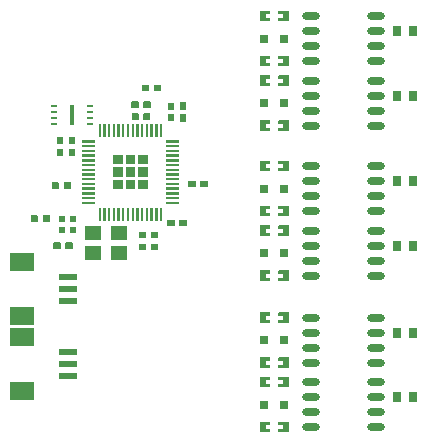
<source format=gtp>
G04 Layer: TopPasteMaskLayer*
G04 EasyEDA v6.5.29, 2023-07-18 11:37:26*
G04 44a429887d2946ba859a18da238e0ce0,5a6b42c53f6a479593ecc07194224c93,10*
G04 Gerber Generator version 0.2*
G04 Scale: 100 percent, Rotated: No, Reflected: No *
G04 Dimensions in millimeters *
G04 leading zeros omitted , absolute positions ,4 integer and 5 decimal *
%FSLAX45Y45*%
%MOMM*%

%AMMACRO1*21,1,$1,$2,0,0,$3*%
%ADD10R,0.8000X0.8000*%
%ADD11R,0.8000X0.9000*%
%ADD12O,1.5200122X0.5999988*%
%ADD13MACRO1,1.2X1.4X90.0000*%
%ADD14R,1.4000X1.2000*%
%ADD15MACRO1,1.2X1.4X-90.0000*%
%ADD16R,0.6000X0.2800*%
%ADD17R,0.3000X1.7000*%
%ADD18R,0.5500X0.5500*%
%ADD19R,1.5500X0.6000*%
%ADD20R,2.0000X1.5000*%
%ADD21R,0.0171X1.5000*%

%LPD*%
G36*
X1218793Y9628682D02*
G01*
X1213815Y9623704D01*
X1213815Y9578695D01*
X1218793Y9573717D01*
X1271778Y9573717D01*
X1276807Y9578695D01*
X1276807Y9623704D01*
X1271778Y9628682D01*
G37*
G36*
X1115822Y9628682D02*
G01*
X1110792Y9623704D01*
X1110792Y9578695D01*
X1115822Y9573717D01*
X1168806Y9573717D01*
X1173784Y9578695D01*
X1173784Y9623704D01*
X1168806Y9628682D01*
G37*
G36*
X2274722Y8985808D02*
G01*
X2269693Y8980779D01*
X2269693Y8958021D01*
X2306675Y8958021D01*
X2306675Y8925001D01*
X2269693Y8925001D01*
X2269693Y8900820D01*
X2274722Y8895791D01*
X2354681Y8895791D01*
X2359710Y8900820D01*
X2359710Y8980779D01*
X2354681Y8985808D01*
G37*
G36*
X2115718Y8985808D02*
G01*
X2110689Y8980779D01*
X2110689Y8900820D01*
X2115718Y8895791D01*
X2194712Y8895791D01*
X2199690Y8900820D01*
X2199690Y8925001D01*
X2161692Y8925001D01*
X2161692Y8958021D01*
X2199690Y8958021D01*
X2199690Y8980779D01*
X2194712Y8985808D01*
G37*
G36*
X2274722Y8439708D02*
G01*
X2269693Y8434679D01*
X2269693Y8411921D01*
X2306675Y8411921D01*
X2306675Y8378901D01*
X2269693Y8378901D01*
X2269693Y8354720D01*
X2274722Y8349691D01*
X2354681Y8349691D01*
X2359710Y8354720D01*
X2359710Y8434679D01*
X2354681Y8439708D01*
G37*
G36*
X2115718Y8439708D02*
G01*
X2110689Y8434679D01*
X2110689Y8354720D01*
X2115718Y8349691D01*
X2194712Y8349691D01*
X2199690Y8354720D01*
X2199690Y8378901D01*
X2161692Y8378901D01*
X2161692Y8411921D01*
X2199690Y8411921D01*
X2199690Y8434679D01*
X2194712Y8439708D01*
G37*
G36*
X2274722Y7703108D02*
G01*
X2269693Y7698079D01*
X2269693Y7675321D01*
X2306675Y7675321D01*
X2306675Y7642301D01*
X2269693Y7642301D01*
X2269693Y7618120D01*
X2274722Y7613091D01*
X2354681Y7613091D01*
X2359710Y7618120D01*
X2359710Y7698079D01*
X2354681Y7703108D01*
G37*
G36*
X2115718Y7703108D02*
G01*
X2110689Y7698079D01*
X2110689Y7618120D01*
X2115718Y7613091D01*
X2194712Y7613091D01*
X2199690Y7618120D01*
X2199690Y7642301D01*
X2161692Y7642301D01*
X2161692Y7675321D01*
X2199690Y7675321D01*
X2199690Y7698079D01*
X2194712Y7703108D01*
G37*
G36*
X2274722Y7157008D02*
G01*
X2269693Y7151979D01*
X2269693Y7129221D01*
X2306675Y7129221D01*
X2306675Y7096201D01*
X2269693Y7096201D01*
X2269693Y7072020D01*
X2274722Y7066991D01*
X2354681Y7066991D01*
X2359710Y7072020D01*
X2359710Y7151979D01*
X2354681Y7157008D01*
G37*
G36*
X2115718Y7157008D02*
G01*
X2110689Y7151979D01*
X2110689Y7072020D01*
X2115718Y7066991D01*
X2194712Y7066991D01*
X2199690Y7072020D01*
X2199690Y7096201D01*
X2161692Y7096201D01*
X2161692Y7129221D01*
X2199690Y7129221D01*
X2199690Y7151979D01*
X2194712Y7157008D01*
G37*
G36*
X2274722Y10255808D02*
G01*
X2269693Y10250779D01*
X2269693Y10228021D01*
X2306675Y10228021D01*
X2306675Y10195001D01*
X2269693Y10195001D01*
X2269693Y10170820D01*
X2274722Y10165791D01*
X2354681Y10165791D01*
X2359710Y10170820D01*
X2359710Y10250779D01*
X2354681Y10255808D01*
G37*
G36*
X2115718Y10255808D02*
G01*
X2110689Y10250779D01*
X2110689Y10170820D01*
X2115718Y10165791D01*
X2194712Y10165791D01*
X2199690Y10170820D01*
X2199690Y10195001D01*
X2161692Y10195001D01*
X2161692Y10228021D01*
X2199690Y10228021D01*
X2199690Y10250779D01*
X2194712Y10255808D01*
G37*
G36*
X2274722Y8604808D02*
G01*
X2269693Y8599779D01*
X2269693Y8577021D01*
X2306675Y8577021D01*
X2306675Y8544001D01*
X2269693Y8544001D01*
X2269693Y8519820D01*
X2274722Y8514791D01*
X2354681Y8514791D01*
X2359710Y8519820D01*
X2359710Y8599779D01*
X2354681Y8604808D01*
G37*
G36*
X2115718Y8604808D02*
G01*
X2110689Y8599779D01*
X2110689Y8519820D01*
X2115718Y8514791D01*
X2194712Y8514791D01*
X2199690Y8519820D01*
X2199690Y8544001D01*
X2161692Y8544001D01*
X2161692Y8577021D01*
X2199690Y8577021D01*
X2199690Y8599779D01*
X2194712Y8604808D01*
G37*
G36*
X2274722Y9328708D02*
G01*
X2269693Y9323679D01*
X2269693Y9300921D01*
X2306675Y9300921D01*
X2306675Y9267901D01*
X2269693Y9267901D01*
X2269693Y9243720D01*
X2274722Y9238691D01*
X2354681Y9238691D01*
X2359710Y9243720D01*
X2359710Y9323679D01*
X2354681Y9328708D01*
G37*
G36*
X2115718Y9328708D02*
G01*
X2110689Y9323679D01*
X2110689Y9243720D01*
X2115718Y9238691D01*
X2194712Y9238691D01*
X2199690Y9243720D01*
X2199690Y9267901D01*
X2161692Y9267901D01*
X2161692Y9300921D01*
X2199690Y9300921D01*
X2199690Y9323679D01*
X2194712Y9328708D01*
G37*
G36*
X2274722Y9874808D02*
G01*
X2269693Y9869779D01*
X2269693Y9847021D01*
X2306675Y9847021D01*
X2306675Y9814001D01*
X2269693Y9814001D01*
X2269693Y9789820D01*
X2274722Y9784791D01*
X2354681Y9784791D01*
X2359710Y9789820D01*
X2359710Y9869779D01*
X2354681Y9874808D01*
G37*
G36*
X2115718Y9874808D02*
G01*
X2110689Y9869779D01*
X2110689Y9789820D01*
X2115718Y9784791D01*
X2194712Y9784791D01*
X2199690Y9789820D01*
X2199690Y9814001D01*
X2161692Y9814001D01*
X2161692Y9847021D01*
X2199690Y9847021D01*
X2199690Y9869779D01*
X2194712Y9874808D01*
G37*
G36*
X2274722Y8058708D02*
G01*
X2269693Y8053679D01*
X2269693Y8030921D01*
X2306675Y8030921D01*
X2306675Y7997901D01*
X2269693Y7997901D01*
X2269693Y7973720D01*
X2274722Y7968691D01*
X2354681Y7968691D01*
X2359710Y7973720D01*
X2359710Y8053679D01*
X2354681Y8058708D01*
G37*
G36*
X2115718Y8058708D02*
G01*
X2110689Y8053679D01*
X2110689Y7973720D01*
X2115718Y7968691D01*
X2194712Y7968691D01*
X2199690Y7973720D01*
X2199690Y7997901D01*
X2161692Y7997901D01*
X2161692Y8030921D01*
X2199690Y8030921D01*
X2199690Y8053679D01*
X2194712Y8058708D01*
G37*
G36*
X2274722Y7322108D02*
G01*
X2269693Y7317079D01*
X2269693Y7294321D01*
X2306675Y7294321D01*
X2306675Y7261301D01*
X2269693Y7261301D01*
X2269693Y7237120D01*
X2274722Y7232091D01*
X2354681Y7232091D01*
X2359710Y7237120D01*
X2359710Y7317079D01*
X2354681Y7322108D01*
G37*
G36*
X2115718Y7322108D02*
G01*
X2110689Y7317079D01*
X2110689Y7237120D01*
X2115718Y7232091D01*
X2194712Y7232091D01*
X2199690Y7237120D01*
X2199690Y7261301D01*
X2161692Y7261301D01*
X2161692Y7294321D01*
X2199690Y7294321D01*
X2199690Y7317079D01*
X2194712Y7322108D01*
G37*
G36*
X2274722Y6776008D02*
G01*
X2269693Y6770979D01*
X2269693Y6748221D01*
X2306675Y6748221D01*
X2306675Y6715201D01*
X2269693Y6715201D01*
X2269693Y6691020D01*
X2274722Y6685991D01*
X2354681Y6685991D01*
X2359710Y6691020D01*
X2359710Y6770979D01*
X2354681Y6776008D01*
G37*
G36*
X2115718Y6776008D02*
G01*
X2110689Y6770979D01*
X2110689Y6691020D01*
X2115718Y6685991D01*
X2194712Y6685991D01*
X2199690Y6691020D01*
X2199690Y6715201D01*
X2161692Y6715201D01*
X2161692Y6748221D01*
X2199690Y6748221D01*
X2199690Y6770979D01*
X2194712Y6776008D01*
G37*
G36*
X2274722Y9709708D02*
G01*
X2269693Y9704679D01*
X2269693Y9681921D01*
X2306675Y9681921D01*
X2306675Y9648901D01*
X2269693Y9648901D01*
X2269693Y9624720D01*
X2274722Y9619691D01*
X2354681Y9619691D01*
X2359710Y9624720D01*
X2359710Y9704679D01*
X2354681Y9709708D01*
G37*
G36*
X2115718Y9709708D02*
G01*
X2110689Y9704679D01*
X2110689Y9624720D01*
X2115718Y9619691D01*
X2194712Y9619691D01*
X2199690Y9624720D01*
X2199690Y9648901D01*
X2161692Y9648901D01*
X2161692Y9681921D01*
X2199690Y9681921D01*
X2199690Y9704679D01*
X2194712Y9709708D01*
G37*
G36*
X1336395Y9380016D02*
G01*
X1331417Y9373006D01*
X1331417Y9325000D01*
X1336395Y9320022D01*
X1381404Y9320022D01*
X1386382Y9325000D01*
X1386382Y9373006D01*
X1381404Y9380016D01*
G37*
G36*
X1336395Y9475978D02*
G01*
X1331417Y9470999D01*
X1331417Y9422993D01*
X1336395Y9415983D01*
X1381404Y9415983D01*
X1386382Y9422993D01*
X1386382Y9470999D01*
X1381404Y9475978D01*
G37*
G36*
X1129893Y9387382D02*
G01*
X1122883Y9382404D01*
X1122883Y9337395D01*
X1129893Y9332417D01*
X1177899Y9332417D01*
X1182878Y9337395D01*
X1182878Y9382404D01*
X1177899Y9387382D01*
G37*
G36*
X1031900Y9387382D02*
G01*
X1026921Y9382404D01*
X1026921Y9337395D01*
X1031900Y9332417D01*
X1079906Y9332417D01*
X1086916Y9337395D01*
X1086916Y9382404D01*
X1079906Y9387382D01*
G37*
G36*
X1437995Y9377984D02*
G01*
X1433017Y9373006D01*
X1433017Y9320022D01*
X1437995Y9314992D01*
X1483004Y9314992D01*
X1487982Y9320022D01*
X1487982Y9373006D01*
X1483004Y9377984D01*
G37*
G36*
X1437995Y9481007D02*
G01*
X1433017Y9475978D01*
X1433017Y9422993D01*
X1437995Y9418015D01*
X1483004Y9418015D01*
X1487982Y9422993D01*
X1487982Y9475978D01*
X1483004Y9481007D01*
G37*
G36*
X366522Y8295182D02*
G01*
X361492Y8290204D01*
X361492Y8245195D01*
X366522Y8240217D01*
X419506Y8240217D01*
X424484Y8245195D01*
X424484Y8290204D01*
X419506Y8295182D01*
G37*
G36*
X469493Y8295182D02*
G01*
X464515Y8290204D01*
X464515Y8245195D01*
X469493Y8240217D01*
X522478Y8240217D01*
X527507Y8245195D01*
X527507Y8290204D01*
X522478Y8295182D01*
G37*
G36*
X1090422Y8282482D02*
G01*
X1085392Y8277504D01*
X1085392Y8232495D01*
X1090422Y8227517D01*
X1143406Y8227517D01*
X1148384Y8232495D01*
X1148384Y8277504D01*
X1143406Y8282482D01*
G37*
G36*
X1193393Y8282482D02*
G01*
X1188415Y8277504D01*
X1188415Y8232495D01*
X1193393Y8227517D01*
X1246378Y8227517D01*
X1251407Y8232495D01*
X1251407Y8277504D01*
X1246378Y8282482D01*
G37*
G36*
X1090422Y8384082D02*
G01*
X1085392Y8379104D01*
X1085392Y8334095D01*
X1090422Y8329117D01*
X1143406Y8329117D01*
X1148384Y8334095D01*
X1148384Y8379104D01*
X1143406Y8384082D01*
G37*
G36*
X1193393Y8384082D02*
G01*
X1188415Y8379104D01*
X1188415Y8334095D01*
X1193393Y8329117D01*
X1246378Y8329117D01*
X1251407Y8334095D01*
X1251407Y8379104D01*
X1246378Y8384082D01*
G37*
G36*
X605993Y9160002D02*
G01*
X605993Y9139986D01*
X715975Y9139986D01*
X715975Y9160002D01*
G37*
G36*
X605993Y9120022D02*
G01*
X605993Y9100007D01*
X715975Y9100007D01*
X715975Y9120022D01*
G37*
G36*
X605993Y9079992D02*
G01*
X605993Y9059976D01*
X715975Y9059976D01*
X715975Y9079992D01*
G37*
G36*
X605993Y9039961D02*
G01*
X605993Y9019997D01*
X715975Y9019997D01*
X715975Y9039961D01*
G37*
G36*
X605993Y9000032D02*
G01*
X605993Y8980017D01*
X715975Y8980017D01*
X715975Y9000032D01*
G37*
G36*
X605993Y8960002D02*
G01*
X605993Y8939987D01*
X715975Y8939987D01*
X715975Y8960002D01*
G37*
G36*
X605993Y8920022D02*
G01*
X605993Y8900007D01*
X715975Y8900007D01*
X715975Y8920022D01*
G37*
G36*
X605993Y8879992D02*
G01*
X605993Y8859977D01*
X715975Y8859977D01*
X715975Y8879992D01*
G37*
G36*
X605993Y8840012D02*
G01*
X605993Y8819997D01*
X715975Y8819997D01*
X715975Y8840012D01*
G37*
G36*
X605993Y8800033D02*
G01*
X605993Y8780018D01*
X715975Y8780018D01*
X715975Y8800033D01*
G37*
G36*
X605993Y8760002D02*
G01*
X605993Y8739987D01*
X715975Y8739987D01*
X715975Y8760002D01*
G37*
G36*
X605993Y8719972D02*
G01*
X605993Y8700008D01*
X715975Y8700008D01*
X715975Y8719972D01*
G37*
G36*
X605993Y8679992D02*
G01*
X605993Y8659977D01*
X715975Y8659977D01*
X715975Y8679992D01*
G37*
G36*
X605993Y8640013D02*
G01*
X605993Y8619998D01*
X715975Y8619998D01*
X715975Y8640013D01*
G37*
G36*
X745998Y8590026D02*
G01*
X745998Y8479993D01*
X766013Y8479993D01*
X766013Y8590026D01*
G37*
G36*
X785977Y8590026D02*
G01*
X785977Y8479993D01*
X805992Y8479993D01*
X805992Y8590026D01*
G37*
G36*
X826008Y8590026D02*
G01*
X826008Y8479993D01*
X845972Y8479993D01*
X845972Y8590026D01*
G37*
G36*
X865987Y8590026D02*
G01*
X865987Y8479993D01*
X886002Y8479993D01*
X886002Y8590026D01*
G37*
G36*
X906018Y8590026D02*
G01*
X906018Y8479993D01*
X925982Y8479993D01*
X925982Y8590026D01*
G37*
G36*
X945997Y8590026D02*
G01*
X945997Y8479993D01*
X966012Y8479993D01*
X966012Y8590026D01*
G37*
G36*
X985977Y8590026D02*
G01*
X985977Y8479993D01*
X1005992Y8479993D01*
X1005992Y8590026D01*
G37*
G36*
X1026007Y8590026D02*
G01*
X1026007Y8479993D01*
X1045971Y8479993D01*
X1045971Y8590026D01*
G37*
G36*
X1065987Y8590026D02*
G01*
X1065987Y8479993D01*
X1086002Y8479993D01*
X1086002Y8590026D01*
G37*
G36*
X1106017Y8590026D02*
G01*
X1106017Y8479993D01*
X1125982Y8479993D01*
X1125982Y8590026D01*
G37*
G36*
X1145997Y8590026D02*
G01*
X1145997Y8479993D01*
X1166012Y8479993D01*
X1166012Y8590026D01*
G37*
G36*
X1185976Y8590026D02*
G01*
X1185976Y8479993D01*
X1205992Y8479993D01*
X1205992Y8590026D01*
G37*
G36*
X1226007Y8590026D02*
G01*
X1226007Y8479993D01*
X1245971Y8479993D01*
X1245971Y8590026D01*
G37*
G36*
X1265986Y8590026D02*
G01*
X1265986Y8479993D01*
X1286002Y8479993D01*
X1286002Y8590026D01*
G37*
G36*
X1316024Y8640013D02*
G01*
X1316024Y8619998D01*
X1426006Y8619998D01*
X1426006Y8640013D01*
G37*
G36*
X1316024Y8679992D02*
G01*
X1316024Y8659977D01*
X1426006Y8659977D01*
X1426006Y8679992D01*
G37*
G36*
X1316024Y8719972D02*
G01*
X1316024Y8700008D01*
X1426006Y8700008D01*
X1426006Y8719972D01*
G37*
G36*
X1316024Y8760002D02*
G01*
X1316024Y8739987D01*
X1426006Y8739987D01*
X1426006Y8760002D01*
G37*
G36*
X1316024Y8800033D02*
G01*
X1316024Y8780018D01*
X1426006Y8780018D01*
X1426006Y8800033D01*
G37*
G36*
X1316024Y8840012D02*
G01*
X1316024Y8819997D01*
X1426006Y8819997D01*
X1426006Y8840012D01*
G37*
G36*
X1316024Y8879992D02*
G01*
X1316024Y8859977D01*
X1426006Y8859977D01*
X1426006Y8879992D01*
G37*
G36*
X1316024Y8920022D02*
G01*
X1316024Y8900007D01*
X1426006Y8900007D01*
X1426006Y8920022D01*
G37*
G36*
X1316024Y8960002D02*
G01*
X1316024Y8939987D01*
X1426006Y8939987D01*
X1426006Y8960002D01*
G37*
G36*
X1316024Y9000032D02*
G01*
X1316024Y8980017D01*
X1426006Y8980017D01*
X1426006Y9000032D01*
G37*
G36*
X1316024Y9039961D02*
G01*
X1316024Y9019997D01*
X1426006Y9019997D01*
X1426006Y9039961D01*
G37*
G36*
X1316024Y9079992D02*
G01*
X1316024Y9059976D01*
X1426006Y9059976D01*
X1426006Y9079992D01*
G37*
G36*
X1316024Y9120022D02*
G01*
X1316024Y9100007D01*
X1426006Y9100007D01*
X1426006Y9120022D01*
G37*
G36*
X1316024Y9160002D02*
G01*
X1316024Y9139986D01*
X1426006Y9139986D01*
X1426006Y9160002D01*
G37*
G36*
X1265986Y9300006D02*
G01*
X1265986Y9189974D01*
X1286002Y9189974D01*
X1286002Y9300006D01*
G37*
G36*
X1226007Y9300006D02*
G01*
X1226007Y9189974D01*
X1245971Y9189974D01*
X1245971Y9300006D01*
G37*
G36*
X1185976Y9300006D02*
G01*
X1185976Y9189974D01*
X1205992Y9189974D01*
X1205992Y9300006D01*
G37*
G36*
X1145997Y9300006D02*
G01*
X1145997Y9189974D01*
X1166012Y9189974D01*
X1166012Y9300006D01*
G37*
G36*
X1106017Y9300006D02*
G01*
X1106017Y9189974D01*
X1125982Y9189974D01*
X1125982Y9300006D01*
G37*
G36*
X1065987Y9300006D02*
G01*
X1065987Y9189974D01*
X1086002Y9189974D01*
X1086002Y9300006D01*
G37*
G36*
X1026007Y9300006D02*
G01*
X1026007Y9189974D01*
X1045971Y9189974D01*
X1045971Y9300006D01*
G37*
G36*
X985977Y9300006D02*
G01*
X985977Y9189974D01*
X1005992Y9189974D01*
X1005992Y9300006D01*
G37*
G36*
X945997Y9300006D02*
G01*
X945997Y9189974D01*
X966012Y9189974D01*
X966012Y9300006D01*
G37*
G36*
X906018Y9300006D02*
G01*
X906018Y9189974D01*
X925982Y9189974D01*
X925982Y9300006D01*
G37*
G36*
X865987Y9300006D02*
G01*
X865987Y9189974D01*
X886002Y9189974D01*
X886002Y9300006D01*
G37*
G36*
X826008Y9300006D02*
G01*
X826008Y9189974D01*
X845972Y9189974D01*
X845972Y9300006D01*
G37*
G36*
X785977Y9300006D02*
G01*
X785977Y9189974D01*
X805992Y9189974D01*
X805992Y9300006D01*
G37*
G36*
X745998Y9300006D02*
G01*
X745998Y9189974D01*
X766013Y9189974D01*
X766013Y9300006D01*
G37*
G36*
X1081024Y9034983D02*
G01*
X1081024Y8955024D01*
X1160983Y8955024D01*
X1160983Y9034983D01*
G37*
G36*
X871016Y9034983D02*
G01*
X871016Y8955024D01*
X951026Y8955024D01*
X951026Y9034983D01*
G37*
G36*
X871016Y8825026D02*
G01*
X871016Y8745016D01*
X950976Y8745016D01*
X950976Y8825026D01*
G37*
G36*
X1080973Y8825026D02*
G01*
X1080973Y8745016D01*
X1160983Y8745016D01*
X1160983Y8825026D01*
G37*
G36*
X1080973Y8929979D02*
G01*
X1080973Y8849969D01*
X1160983Y8849969D01*
X1160983Y8929979D01*
G37*
G36*
X976020Y9035034D02*
G01*
X976020Y8955024D01*
X1055979Y8955024D01*
X1055979Y9035034D01*
G37*
G36*
X871016Y8929979D02*
G01*
X871016Y8849969D01*
X950976Y8849969D01*
X950976Y8929979D01*
G37*
G36*
X976020Y8929979D02*
G01*
X976020Y8850020D01*
X1055979Y8850020D01*
X1055979Y8929979D01*
G37*
G36*
X976020Y8824518D02*
G01*
X976020Y8744508D01*
X1055979Y8744508D01*
X1055979Y8824518D01*
G37*
G36*
X1129893Y9488982D02*
G01*
X1124915Y9484004D01*
X1124915Y9438995D01*
X1129893Y9434017D01*
X1182878Y9434017D01*
X1187907Y9438995D01*
X1187907Y9484004D01*
X1182878Y9488982D01*
G37*
G36*
X1026921Y9488982D02*
G01*
X1021892Y9484004D01*
X1021892Y9438995D01*
X1026921Y9434017D01*
X1079906Y9434017D01*
X1084884Y9438995D01*
X1084884Y9484004D01*
X1079906Y9488982D01*
G37*
G36*
X1331722Y8485682D02*
G01*
X1326692Y8480704D01*
X1326692Y8435695D01*
X1331722Y8430717D01*
X1384706Y8430717D01*
X1389684Y8435695D01*
X1389684Y8480704D01*
X1384706Y8485682D01*
G37*
G36*
X1434693Y8485682D02*
G01*
X1429715Y8480704D01*
X1429715Y8435695D01*
X1434693Y8430717D01*
X1487678Y8430717D01*
X1492707Y8435695D01*
X1492707Y8480704D01*
X1487678Y8485682D01*
G37*
G36*
X1509522Y8815882D02*
G01*
X1504492Y8810904D01*
X1504492Y8765895D01*
X1509522Y8760917D01*
X1562506Y8760917D01*
X1567484Y8765895D01*
X1567484Y8810904D01*
X1562506Y8815882D01*
G37*
G36*
X1612493Y8815882D02*
G01*
X1607515Y8810904D01*
X1607515Y8765895D01*
X1612493Y8760917D01*
X1665478Y8760917D01*
X1670507Y8765895D01*
X1670507Y8810904D01*
X1665478Y8815882D01*
G37*
G36*
X498195Y9188907D02*
G01*
X493217Y9183878D01*
X493217Y9130893D01*
X498195Y9125915D01*
X543204Y9125915D01*
X548182Y9130893D01*
X548182Y9183878D01*
X543204Y9188907D01*
G37*
G36*
X498195Y9085884D02*
G01*
X493217Y9080906D01*
X493217Y9027922D01*
X498195Y9022892D01*
X543204Y9022892D01*
X548182Y9027922D01*
X548182Y9080906D01*
X543204Y9085884D01*
G37*
G36*
X396595Y9188907D02*
G01*
X391617Y9183878D01*
X391617Y9130893D01*
X396595Y9125915D01*
X441604Y9125915D01*
X446582Y9130893D01*
X446582Y9183878D01*
X441604Y9188907D01*
G37*
G36*
X396595Y9085884D02*
G01*
X391617Y9080906D01*
X391617Y9027922D01*
X396595Y9022892D01*
X441604Y9022892D01*
X446582Y9027922D01*
X446582Y9080906D01*
X441604Y9085884D01*
G37*
G36*
X456793Y8803182D02*
G01*
X451815Y8798204D01*
X451815Y8753195D01*
X456793Y8748217D01*
X509778Y8748217D01*
X514807Y8753195D01*
X514807Y8798204D01*
X509778Y8803182D01*
G37*
G36*
X353822Y8803182D02*
G01*
X348792Y8798204D01*
X348792Y8753195D01*
X353822Y8748217D01*
X406806Y8748217D01*
X411784Y8753195D01*
X411784Y8798204D01*
X406806Y8803182D01*
G37*
G36*
X278993Y8523782D02*
G01*
X274015Y8518804D01*
X274015Y8473795D01*
X278993Y8468817D01*
X331978Y8468817D01*
X337007Y8473795D01*
X337007Y8518804D01*
X331978Y8523782D01*
G37*
G36*
X176022Y8523782D02*
G01*
X170992Y8518804D01*
X170992Y8473795D01*
X176022Y8468817D01*
X229006Y8468817D01*
X233984Y8473795D01*
X233984Y8518804D01*
X229006Y8523782D01*
G37*
D10*
G01*
X2150109Y8750300D03*
G01*
X2320290Y8750300D03*
G01*
X2150109Y8204200D03*
G01*
X2320290Y8204200D03*
G01*
X2150109Y7467600D03*
G01*
X2320290Y7467600D03*
G01*
X2150109Y6921500D03*
G01*
X2320290Y6921500D03*
G01*
X2150109Y10020300D03*
G01*
X2320290Y10020300D03*
G01*
X2150109Y9474200D03*
G01*
X2320290Y9474200D03*
D11*
G01*
X3410102Y10083800D03*
G01*
X3270097Y10083800D03*
G01*
X3410102Y9537700D03*
G01*
X3270097Y9537700D03*
D12*
G01*
X3093389Y6730974D03*
G01*
X3093389Y6857974D03*
G01*
X3093389Y6984974D03*
G01*
X3093389Y7111974D03*
G01*
X2545410Y6730974D03*
G01*
X2545410Y6857974D03*
G01*
X2545410Y6984974D03*
G01*
X2545410Y7111974D03*
G01*
X3093389Y7277074D03*
G01*
X3093389Y7404074D03*
G01*
X3093389Y7531074D03*
G01*
X3093389Y7658074D03*
G01*
X2545410Y7277074D03*
G01*
X2545410Y7404074D03*
G01*
X2545410Y7531074D03*
G01*
X2545410Y7658074D03*
D11*
G01*
X3410102Y6985000D03*
G01*
X3270097Y6985000D03*
G01*
X3410102Y7531100D03*
G01*
X3270097Y7531100D03*
D12*
G01*
X3093389Y8013674D03*
G01*
X3093389Y8140674D03*
G01*
X3093389Y8267674D03*
G01*
X3093389Y8394674D03*
G01*
X2545410Y8013674D03*
G01*
X2545410Y8140674D03*
G01*
X2545410Y8267674D03*
G01*
X2545410Y8394674D03*
G01*
X3093389Y8559774D03*
G01*
X3093389Y8686774D03*
G01*
X3093389Y8813774D03*
G01*
X3093389Y8940774D03*
G01*
X2545410Y8559774D03*
G01*
X2545410Y8686774D03*
G01*
X2545410Y8813774D03*
G01*
X2545410Y8940774D03*
D11*
G01*
X3410102Y8267700D03*
G01*
X3270097Y8267700D03*
G01*
X3410102Y8813800D03*
G01*
X3270097Y8813800D03*
D13*
G01*
X702802Y8208109D03*
G01*
X922802Y8208109D03*
D14*
G01*
X922807Y8378113D03*
D15*
G01*
X702802Y8378111D03*
D16*
G01*
X671449Y9297593D03*
G01*
X671449Y9347606D03*
G01*
X671449Y9397593D03*
G01*
X671449Y9447606D03*
G01*
X369951Y9297593D03*
G01*
X369951Y9347606D03*
G01*
X369951Y9397593D03*
G01*
X369951Y9447606D03*
D17*
G01*
X520700Y9372600D03*
D18*
G01*
X530097Y8397976D03*
G01*
X530097Y8492997D03*
G01*
X435076Y8492997D03*
G01*
X435076Y8397976D03*
D19*
G01*
X485851Y7999399D03*
G01*
X485851Y7899400D03*
G01*
X485851Y7799400D03*
D20*
G01*
X98348Y7669403D03*
G01*
X98348Y8129396D03*
D19*
G01*
X485851Y7364399D03*
G01*
X485851Y7264400D03*
G01*
X485851Y7164400D03*
D20*
G01*
X98348Y7034403D03*
G01*
X98348Y7494396D03*
D12*
G01*
X3093389Y9829774D03*
G01*
X3093389Y9956774D03*
G01*
X3093389Y10083774D03*
G01*
X3093389Y10210774D03*
G01*
X2545410Y9829774D03*
G01*
X2545410Y9956774D03*
G01*
X2545410Y10083774D03*
G01*
X2545410Y10210774D03*
G01*
X3093389Y9283674D03*
G01*
X3093389Y9410674D03*
G01*
X3093389Y9537674D03*
G01*
X3093389Y9664674D03*
G01*
X2545410Y9283674D03*
G01*
X2545410Y9410674D03*
G01*
X2545410Y9537674D03*
G01*
X2545410Y9664674D03*
M02*

</source>
